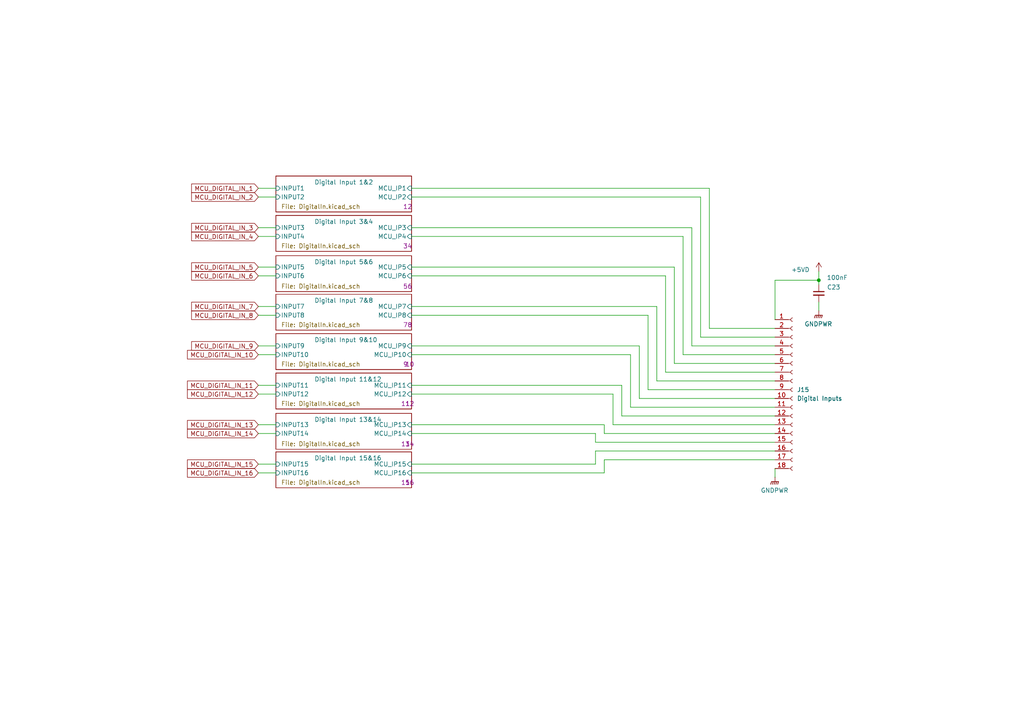
<source format=kicad_sch>
(kicad_sch (version 20250114) (generator "eeschema") (generator_version "9.0")
  (paper "A4")
  (lib_symbols
    (symbol "Connector:Conn_01x18_Socket" (pin_names (offset 1.016) (hide yes))
      (property "Reference" "J" (at 0 22.86 0))
      (property "Value" "Conn_01x18_Socket" (at 0 -25.4 0))
      (symbol "Conn_01x18_Socket_1_1"
        (polyline (pts (xy -1.27 20.32) (xy -0.508 20.32)) (stroke (width 0.1524)))
        (polyline (pts (xy -1.27 17.78) (xy -0.508 17.78)) (stroke (width 0.1524)))
        (polyline (pts (xy -1.27 15.24) (xy -0.508 15.24)) (stroke (width 0.1524)))
        (polyline (pts (xy -1.27 12.7) (xy -0.508 12.7)) (stroke (width 0.1524)))
        (polyline (pts (xy -1.27 10.16) (xy -0.508 10.16)) (stroke (width 0.1524)))
        (polyline (pts (xy -1.27 7.62) (xy -0.508 7.62)) (stroke (width 0.1524)))
        (polyline (pts (xy -1.27 5.08) (xy -0.508 5.08)) (stroke (width 0.1524)))
        (polyline (pts (xy -1.27 2.54) (xy -0.508 2.54)) (stroke (width 0.1524)))
        (polyline (pts (xy -1.27 0) (xy -0.508 0)) (stroke (width 0.1524)))
        (polyline (pts (xy -1.27 -2.54) (xy -0.508 -2.54)) (stroke (width 0.1524)))
        (polyline (pts (xy -1.27 -5.08) (xy -0.508 -5.08)) (stroke (width 0.1524)))
        (polyline (pts (xy -1.27 -7.62) (xy -0.508 -7.62)) (stroke (width 0.1524)))
        (polyline (pts (xy -1.27 -10.16) (xy -0.508 -10.16)) (stroke (width 0.1524)))
        (polyline (pts (xy -1.27 -12.7) (xy -0.508 -12.7)) (stroke (width 0.1524)))
        (polyline (pts (xy -1.27 -15.24) (xy -0.508 -15.24)) (stroke (width 0.1524)))
        (polyline (pts (xy -1.27 -17.78) (xy -0.508 -17.78)) (stroke (width 0.1524)))
        (polyline (pts (xy -1.27 -20.32) (xy -0.508 -20.32)) (stroke (width 0.1524)))
        (polyline (pts (xy -1.27 -22.86) (xy -0.508 -22.86)) (stroke (width 0.1524)))
        (arc (start 0 19.812) (mid -0.5058 20.32) (end 0 20.828) (stroke (width 0.1524)))
        (arc (start 0 17.272) (mid -0.5058 17.78) (end 0 18.288) (stroke (width 0.1524)))
        (arc (start 0 14.732) (mid -0.5058 15.24) (end 0 15.748) (stroke (width 0.1524)))
        (arc (start 0 12.192) (mid -0.5058 12.7) (end 0 13.208) (stroke (width 0.1524)))
        (arc (start 0 9.652) (mid -0.5058 10.16) (end 0 10.668) (stroke (width 0.1524)))
        (arc (start 0 7.112) (mid -0.5058 7.62) (end 0 8.128) (stroke (width 0.1524)))
        (arc (start 0 4.572) (mid -0.5058 5.08) (end 0 5.588) (stroke (width 0.1524)))
        (arc (start 0 2.032) (mid -0.5058 2.54) (end 0 3.048) (stroke (width 0.1524)))
        (arc (start 0 -0.508) (mid -0.5058 0) (end 0 0.508) (stroke (width 0.1524)))
        (arc (start 0 -3.048) (mid -0.5058 -2.54) (end 0 -2.032) (stroke (width 0.1524)))
        (arc (start 0 -5.588) (mid -0.5058 -5.08) (end 0 -4.572) (stroke (width 0.1524)))
        (arc (start 0 -8.128) (mid -0.5058 -7.62) (end 0 -7.112) (stroke (width 0.1524)))
        (arc (start 0 -10.668) (mid -0.5058 -10.16) (end 0 -9.652) (stroke (width 0.1524)))
        (arc (start 0 -13.208) (mid -0.5058 -12.7) (end 0 -12.192) (stroke (width 0.1524)))
        (arc (start 0 -15.748) (mid -0.5058 -15.24) (end 0 -14.732) (stroke (width 0.1524)))
        (arc (start 0 -18.288) (mid -0.5058 -17.78) (end 0 -17.272) (stroke (width 0.1524)))
        (arc (start 0 -20.828) (mid -0.5058 -20.32) (end 0 -19.812) (stroke (width 0.1524)))
        (arc (start 0 -23.368) (mid -0.5058 -22.86) (end 0 -22.352) (stroke (width 0.1524)))
        (pin passive line (at -5.08 20.32 0) (length 3.81) (name "Pin_1") (number "1"))
        (pin passive line (at -5.08 17.78 0) (length 3.81) (name "Pin_2") (number "2"))
        (pin passive line (at -5.08 15.24 0) (length 3.81) (name "Pin_3") (number "3"))
        (pin passive line (at -5.08 12.7 0) (length 3.81) (name "Pin_4") (number "4"))
        (pin passive line (at -5.08 10.16 0) (length 3.81) (name "Pin_5") (number "5"))
        (pin passive line (at -5.08 7.62 0) (length 3.81) (name "Pin_6") (number "6"))
        (pin passive line (at -5.08 5.08 0) (length 3.81) (name "Pin_7") (number "7"))
        (pin passive line (at -5.08 2.54 0) (length 3.81) (name "Pin_8") (number "8"))
        (pin passive line (at -5.08 0 0) (length 3.81) (name "Pin_9") (number "9"))
        (pin passive line (at -5.08 -2.54 0) (length 3.81) (name "Pin_10") (number "10"))
        (pin passive line (at -5.08 -5.08 0) (length 3.81) (name "Pin_11") (number "11"))
        (pin passive line (at -5.08 -7.62 0) (length 3.81) (name "Pin_12") (number "12"))
        (pin passive line (at -5.08 -10.16 0) (length 3.81) (name "Pin_13") (number "13"))
        (pin passive line (at -5.08 -12.7 0) (length 3.81) (name "Pin_14") (number "14"))
        (pin passive line (at -5.08 -15.24 0) (length 3.81) (name "Pin_15") (number "15"))
        (pin passive line (at -5.08 -17.78 0) (length 3.81) (name "Pin_16") (number "16"))
        (pin passive line (at -5.08 -20.32 0) (length 3.81) (name "Pin_17") (number "17"))
        (pin passive line (at -5.08 -22.86 0) (length 3.81) (name "Pin_18") (number "18"))
      )
    )
    (symbol "Device:C_Small" (pin_numbers (hide yes)) (pin_names (offset 0.254) (hide yes))
      (property "Reference" "C" (at 0.254 1.778 0))
      (property "Value" "C_Small" (at 0.254 -2.032 0))
      (symbol "C_Small_0_1"
        (polyline (pts (xy -1.524 0.508) (xy 1.524 0.508)) (stroke (width 0.3048)))
        (polyline (pts (xy -1.524 -0.508) (xy 1.524 -0.508)) (stroke (width 0.3302)))
      )
      (symbol "C_Small_1_1"
        (pin passive line (at 0 2.54 270) (length 2.032) (name "~") (number "1"))
        (pin passive line (at 0 -2.54 90) (length 2.032) (name "~") (number "2"))
      )
    )
    (symbol "power:+5VD" (power) (pin_numbers (hide yes)) (pin_names (offset 0) (hide yes))
      (property "Value" "+5VD" (at 0 3.556 0))
      (symbol "+5VD_0_1"
        (polyline (pts (xy -0.762 1.27) (xy 0 2.54)))
        (polyline (pts (xy 0 2.54) (xy 0.762 1.27)))
        (polyline (pts (xy 0 0) (xy 0 2.54)))
      )
      (symbol "+5VD_1_1"
        (pin power_in line (at 0 0 90) (length 0) (name "~") (number "1"))
      )
    )
    (symbol "power:GNDPWR" (power) (pin_numbers (hide yes)) (pin_names (offset 0) (hide yes))
      (property "Value" "GNDPWR" (at 0 -3.302 0))
      (symbol "GNDPWR_0_1"
        (polyline (pts (xy -1.016 -1.27) (xy -1.27 -2.032) (xy -1.27 -2.032)) (stroke (width 0.2032)))
        (polyline (pts (xy -0.508 -1.27) (xy -0.762 -2.032) (xy -0.762 -2.032)) (stroke (width 0.2032)))
        (polyline (pts (xy 0 -1.27) (xy 0 0)))
        (polyline (pts (xy 0 -1.27) (xy -0.254 -2.032) (xy -0.254 -2.032)) (stroke (width 0.2032)))
        (polyline (pts (xy 0.508 -1.27) (xy 0.254 -2.032) (xy 0.254 -2.032)) (stroke (width 0.2032)))
        (polyline (pts (xy 1.016 -1.27) (xy -1.016 -1.27) (xy -1.016 -1.27)) (stroke (width 0.2032)))
        (polyline (pts (xy 1.016 -1.27) (xy 0.762 -2.032) (xy 0.762 -2.032) (xy 0.762 -2.032)) (stroke (width 0.2032)))
      )
      (symbol "GNDPWR_1_1"
        (pin power_in line (at 0 0 270) (length 0) (name "~") (number "1"))
      )
    )
  )
  (junction (at 237.49 81.28))
  (wire (pts (xy 182.88 118.11) (xy 224.79 118.11)))
  (wire (pts (xy 224.79 81.28) (xy 224.79 92.71)))
  (wire (pts (xy 74.93 125.73) (xy 80.01 125.73)))
  (wire (pts (xy 180.34 120.65) (xy 224.79 120.65)))
  (wire (pts (xy 237.49 81.28) (xy 237.49 82.55)))
  (wire (pts (xy 193.04 107.95) (xy 224.79 107.95)))
  (wire (pts (xy 74.93 88.9) (xy 80.01 88.9)))
  (wire (pts (xy 74.93 57.15) (xy 80.01 57.15)))
  (wire (pts (xy 237.49 87.63) (xy 237.49 90.17)))
  (wire (pts (xy 119.38 88.9) (xy 190.5 88.9)))
  (wire (pts (xy 119.38 137.16) (xy 175.26 137.16)))
  (wire (pts (xy 74.93 91.44) (xy 80.01 91.44)))
  (wire (pts (xy 172.72 125.73) (xy 172.72 128.27)))
  (wire (pts (xy 74.93 114.3) (xy 80.01 114.3)))
  (wire (pts (xy 119.38 77.47) (xy 195.58 77.47)))
  (wire (pts (xy 119.38 102.87) (xy 182.88 102.87)))
  (wire (pts (xy 74.93 134.62) (xy 80.01 134.62)))
  (wire (pts (xy 237.49 78.74) (xy 237.49 81.28)))
  (wire (pts (xy 119.38 134.62) (xy 172.72 134.62)))
  (wire (pts (xy 119.38 123.19) (xy 175.26 123.19)))
  (wire (pts (xy 119.38 66.04) (xy 200.66 66.04)))
  (wire (pts (xy 172.72 128.27) (xy 224.79 128.27)))
  (wire (pts (xy 180.34 111.76) (xy 180.34 120.65)))
  (wire (pts (xy 182.88 102.87) (xy 182.88 118.11)))
  (wire (pts (xy 200.66 100.33) (xy 224.79 100.33)))
  (wire (pts (xy 175.26 125.73) (xy 224.79 125.73)))
  (wire (pts (xy 190.5 88.9) (xy 190.5 110.49)))
  (wire (pts (xy 200.66 66.04) (xy 200.66 100.33)))
  (wire (pts (xy 203.2 57.15) (xy 203.2 97.79)))
  (wire (pts (xy 119.38 111.76) (xy 180.34 111.76)))
  (wire (pts (xy 119.38 80.01) (xy 193.04 80.01)))
  (wire (pts (xy 175.26 137.16) (xy 175.26 133.35)))
  (wire (pts (xy 185.42 100.33) (xy 185.42 115.57)))
  (wire (pts (xy 175.26 123.19) (xy 175.26 125.73)))
  (wire (pts (xy 224.79 81.28) (xy 237.49 81.28)))
  (wire (pts (xy 195.58 105.41) (xy 224.79 105.41)))
  (wire (pts (xy 187.96 113.03) (xy 224.79 113.03)))
  (wire (pts (xy 175.26 133.35) (xy 224.79 133.35)))
  (wire (pts (xy 74.93 111.76) (xy 80.01 111.76)))
  (wire (pts (xy 74.93 80.01) (xy 80.01 80.01)))
  (wire (pts (xy 187.96 91.44) (xy 187.96 113.03)))
  (wire (pts (xy 203.2 97.79) (xy 224.79 97.79)))
  (wire (pts (xy 172.72 134.62) (xy 172.72 130.81)))
  (wire (pts (xy 119.38 68.58) (xy 198.12 68.58)))
  (wire (pts (xy 119.38 100.33) (xy 185.42 100.33)))
  (wire (pts (xy 177.8 123.19) (xy 224.79 123.19)))
  (wire (pts (xy 119.38 57.15) (xy 203.2 57.15)))
  (wire (pts (xy 74.93 100.33) (xy 80.01 100.33)))
  (wire (pts (xy 195.58 77.47) (xy 195.58 105.41)))
  (wire (pts (xy 198.12 102.87) (xy 224.79 102.87)))
  (wire (pts (xy 198.12 68.58) (xy 198.12 102.87)))
  (wire (pts (xy 74.93 137.16) (xy 80.01 137.16)))
  (wire (pts (xy 172.72 130.81) (xy 224.79 130.81)))
  (wire (pts (xy 224.79 135.89) (xy 224.79 138.43)))
  (wire (pts (xy 190.5 110.49) (xy 224.79 110.49)))
  (wire (pts (xy 74.93 77.47) (xy 80.01 77.47)))
  (wire (pts (xy 193.04 80.01) (xy 193.04 107.95)))
  (wire (pts (xy 74.93 66.04) (xy 80.01 66.04)))
  (wire (pts (xy 119.38 114.3) (xy 177.8 114.3)))
  (wire (pts (xy 74.93 68.58) (xy 80.01 68.58)))
  (wire (pts (xy 177.8 114.3) (xy 177.8 123.19)))
  (wire (pts (xy 119.38 91.44) (xy 187.96 91.44)))
  (wire (pts (xy 185.42 115.57) (xy 224.79 115.57)))
  (wire (pts (xy 74.93 54.61) (xy 80.01 54.61)))
  (wire (pts (xy 74.93 102.87) (xy 80.01 102.87)))
  (wire (pts (xy 119.38 54.61) (xy 205.74 54.61)))
  (wire (pts (xy 119.38 125.73) (xy 172.72 125.73)))
  (wire (pts (xy 74.93 123.19) (xy 80.01 123.19)))
  (wire (pts (xy 205.74 95.25) (xy 224.79 95.25)))
  (wire (pts (xy 205.74 54.61) (xy 205.74 95.25)))
  (global_label "MCU_DIGITAL_IN_14" (shape input) (at 74.93 125.73 180) (property "Intersheetrefs" "${INTERSHEET_REFS}" (effects (hide yes))))
  (global_label "MCU_DIGITAL_IN_5" (shape input) (at 74.93 77.47 180) (property "Intersheetrefs" "${INTERSHEET_REFS}" (effects (hide yes))))
  (global_label "MCU_DIGITAL_IN_3" (shape input) (at 74.93 66.04 180) (property "Intersheetrefs" "${INTERSHEET_REFS}" (effects (hide yes))))
  (global_label "MCU_DIGITAL_IN_1" (shape input) (at 74.93 54.61 180) (property "Intersheetrefs" "${INTERSHEET_REFS}" (effects (hide yes))))
  (global_label "MCU_DIGITAL_IN_9" (shape input) (at 74.93 100.33 180) (property "Intersheetrefs" "${INTERSHEET_REFS}" (effects (hide yes))))
  (global_label "MCU_DIGITAL_IN_2" (shape input) (at 74.93 57.15 180) (property "Intersheetrefs" "${INTERSHEET_REFS}" (effects (hide yes))))
  (global_label "MCU_DIGITAL_IN_4" (shape input) (at 74.93 68.58 180) (property "Intersheetrefs" "${INTERSHEET_REFS}" (effects (hide yes))))
  (global_label "MCU_DIGITAL_IN_11" (shape input) (at 74.93 111.76 180) (property "Intersheetrefs" "${INTERSHEET_REFS}" (effects (hide yes))))
  (global_label "MCU_DIGITAL_IN_8" (shape input) (at 74.93 91.44 180) (property "Intersheetrefs" "${INTERSHEET_REFS}" (effects (hide yes))))
  (global_label "MCU_DIGITAL_IN_6" (shape input) (at 74.93 80.01 180) (property "Intersheetrefs" "${INTERSHEET_REFS}" (effects (hide yes))))
  (global_label "MCU_DIGITAL_IN_15" (shape input) (at 74.93 134.62 180) (property "Intersheetrefs" "${INTERSHEET_REFS}" (effects (hide yes))))
  (global_label "MCU_DIGITAL_IN_16" (shape input) (at 74.93 137.16 180) (property "Intersheetrefs" "${INTERSHEET_REFS}" (effects (hide yes))))
  (global_label "MCU_DIGITAL_IN_10" (shape input) (at 74.93 102.87 180) (property "Intersheetrefs" "${INTERSHEET_REFS}" (effects (hide yes))))
  (global_label "MCU_DIGITAL_IN_12" (shape input) (at 74.93 114.3 180) (property "Intersheetrefs" "${INTERSHEET_REFS}" (effects (hide yes))))
  (global_label "MCU_DIGITAL_IN_13" (shape input) (at 74.93 123.19 180) (property "Intersheetrefs" "${INTERSHEET_REFS}" (effects (hide yes))))
  (global_label "MCU_DIGITAL_IN_7" (shape input) (at 74.93 88.9 180) (property "Intersheetrefs" "${INTERSHEET_REFS}" (effects (hide yes))))
  (symbol (lib_id "power:GNDPWR") (at 224.79 138.43 0) (unit 1)
    (property "Reference" "#PWR0133" (effects (hide yes)))
    (property "Value" "GNDPWR" (at 224.663 142.24 0))
    (property "Description" "Power symbol creates a global label with name \"GNDPWR\" , global ground" (effects (hide yes)))
  )
  (symbol (lib_id "power:+5VD") (at 237.49 78.74 0) (unit 1)
    (property "Reference" "#PWR0134" (effects (hide yes)))
    (property "Value" "+5VD" (at 232.156 78.232 0))
    (property "Description" "Power symbol creates a global label with name \"+5VD\"" (effects (hide yes)))
  )
  (symbol (lib_id "Device:C_Small") (at 237.49 85.09 0) (unit 1)
    (property "Reference" "C23" (at 241.808 83.312 0))
    (property "Value" "100nF" (at 242.824 80.518 0))
    (property "Footprint" "Capacitor_SMD:C_1206_3216Metric_Pad1.33x1.80mm_HandSolder" (effects (hide yes)))
    (property "Description" "Unpolarized capacitor, small symbol" (effects (hide yes)))
    (property "Digikey Part Number" "399-C1206C104K5RACTUCT-ND " (effects (hide yes)))
    (property "Digikey URL" "https://www.digikey.com.au/en/products/detail/kemet/C1206C104K5RACTU/411248 " (effects (hide yes)))
  )
  (symbol (lib_id "power:GNDPWR") (at 237.49 90.17 0) (unit 1)
    (property "Reference" "#PWR0135" (effects (hide yes)))
    (property "Value" "GNDPWR" (at 237.363 93.98 0))
    (property "Description" "Power symbol creates a global label with name \"GNDPWR\" , global ground" (effects (hide yes)))
  )
  (symbol (lib_id "Connector:Conn_01x18_Socket") (at 229.87 113.03 0) (unit 1)
    (property "Reference" "J15" (at 231.14 113.0299 0) (effects (justify left)))
    (property "Value" "Digital Inputs" (at 231.14 115.5699 0) (effects (justify left)))
    (property "Footprint" "EBWA_06_A:CONN_EBWA-18-A_ADM" (effects (hide yes)))
    (property "Description" "Generic connector, single row, 01x18, script generated" (effects (hide yes)))
  )
  (sheet (at 80.01 119.888) (size 39.37 10.414) (stroke (width 0.1524))
    (property "Sheetname" "Digital Input ${CH1}&${CH2}" (at 91.186 122.428 0) (effects (justify left bottom)))
    (property "Sheetfile" "DigitalIn.kicad_sch" (at 81.534 128.016 0) (effects (justify left top)))
    (property "CH1" "13" (at 117.602 128.778 0))
    (property "CH2" "14" (at 118.872 128.778 0))
    (pin "INPUT${CH1}" input (at 80.01 123.19 180))
    (pin "INPUT${CH2}" input (at 80.01 125.73 180))
    (pin "MCU_IP${CH1}" input (at 119.38 123.19 0))
    (pin "MCU_IP${CH2}" input (at 119.38 125.73 0))
  )
  (sheet (at 80.01 51.054) (size 39.37 10.414) (stroke (width 0.1524))
    (property "Sheetname" "Digital Input ${CH1}&${CH2}" (at 91.186 53.594 0) (effects (justify left bottom)))
    (property "Sheetfile" "DigitalIn.kicad_sch" (at 81.534 59.182 0) (effects (justify left top)))
    (property "CH1" "1" (at 117.602 59.944 0))
    (property "CH2" "2" (at 118.872 59.944 0))
    (pin "INPUT${CH1}" input (at 80.01 54.61 180))
    (pin "INPUT${CH2}" input (at 80.01 57.15 180))
    (pin "MCU_IP${CH1}" input (at 119.38 54.61 0))
    (pin "MCU_IP${CH2}" input (at 119.38 57.15 0))
  )
  (sheet (at 80.01 108.204) (size 39.37 10.414) (stroke (width 0.1524))
    (property "Sheetname" "Digital Input ${CH1}&${CH2}" (at 91.186 110.744 0) (effects (justify left bottom)))
    (property "Sheetfile" "DigitalIn.kicad_sch" (at 81.534 116.332 0) (effects (justify left top)))
    (property "CH1" "11" (at 117.602 117.094 0))
    (property "CH2" "12" (at 118.872 117.094 0))
    (pin "INPUT${CH1}" input (at 80.01 111.76 180))
    (pin "INPUT${CH2}" input (at 80.01 114.3 180))
    (pin "MCU_IP${CH1}" input (at 119.38 111.76 0))
    (pin "MCU_IP${CH2}" input (at 119.38 114.3 0))
  )
  (sheet (at 80.01 96.774) (size 39.37 10.414) (stroke (width 0.1524))
    (property "Sheetname" "Digital Input ${CH1}&${CH2}" (at 91.186 99.314 0) (effects (justify left bottom)))
    (property "Sheetfile" "DigitalIn.kicad_sch" (at 81.534 104.902 0) (effects (justify left top)))
    (property "CH1" "9" (at 117.602 105.664 0))
    (property "CH2" "10" (at 118.872 105.664 0))
    (pin "INPUT${CH1}" input (at 80.01 100.33 180))
    (pin "INPUT${CH2}" input (at 80.01 102.87 180))
    (pin "MCU_IP${CH1}" input (at 119.38 100.33 0))
    (pin "MCU_IP${CH2}" input (at 119.38 102.87 0))
  )
  (sheet (at 80.01 85.344) (size 39.37 10.414) (stroke (width 0.1524))
    (property "Sheetname" "Digital Input ${CH1}&${CH2}" (at 91.186 87.884 0) (effects (justify left bottom)))
    (property "Sheetfile" "DigitalIn.kicad_sch" (at 81.534 93.472 0) (effects (justify left top)))
    (property "CH1" "7" (at 117.602 94.234 0))
    (property "CH2" "8" (at 118.872 94.234 0))
    (pin "INPUT${CH1}" input (at 80.01 88.9 180))
    (pin "INPUT${CH2}" input (at 80.01 91.44 180))
    (pin "MCU_IP${CH1}" input (at 119.38 88.9 0))
    (pin "MCU_IP${CH2}" input (at 119.38 91.44 0))
  )
  (sheet (at 80.01 131.064) (size 39.37 10.414) (stroke (width 0.1524))
    (property "Sheetname" "Digital Input ${CH1}&${CH2}" (at 91.186 133.604 0) (effects (justify left bottom)))
    (property "Sheetfile" "DigitalIn.kicad_sch" (at 81.534 139.192 0) (effects (justify left top)))
    (property "CH1" "15" (at 117.602 139.954 0))
    (property "CH2" "16" (at 118.872 139.954 0))
    (pin "INPUT${CH1}" input (at 80.01 134.62 180))
    (pin "INPUT${CH2}" input (at 80.01 137.16 180))
    (pin "MCU_IP${CH1}" input (at 119.38 134.62 0))
    (pin "MCU_IP${CH2}" input (at 119.38 137.16 0))
  )
  (sheet (at 80.01 62.484) (size 39.37 10.414) (stroke (width 0.1524))
    (property "Sheetname" "Digital Input ${CH1}&${CH2}" (at 91.186 65.024 0) (effects (justify left bottom)))
    (property "Sheetfile" "DigitalIn.kicad_sch" (at 81.534 70.612 0) (effects (justify left top)))
    (property "CH1" "3" (at 117.602 71.374 0))
    (property "CH2" "4" (at 118.872 71.374 0))
    (pin "INPUT${CH1}" input (at 80.01 66.04 180))
    (pin "INPUT${CH2}" input (at 80.01 68.58 180))
    (pin "MCU_IP${CH1}" input (at 119.38 66.04 0))
    (pin "MCU_IP${CH2}" input (at 119.38 68.58 0))
  )
  (sheet (at 80.01 74.168) (size 39.37 10.414) (stroke (width 0.1524))
    (property "Sheetname" "Digital Input ${CH1}&${CH2}" (at 91.186 76.708 0) (effects (justify left bottom)))
    (property "Sheetfile" "DigitalIn.kicad_sch" (at 81.534 82.296 0) (effects (justify left top)))
    (property "CH1" "5" (at 117.602 83.058 0))
    (property "CH2" "6" (at 118.872 83.058 0))
    (pin "INPUT${CH1}" input (at 80.01 77.47 180))
    (pin "INPUT${CH2}" input (at 80.01 80.01 180))
    (pin "MCU_IP${CH1}" input (at 119.38 77.47 0))
    (pin "MCU_IP${CH2}" input (at 119.38 80.01 0))
  )
)
</source>
